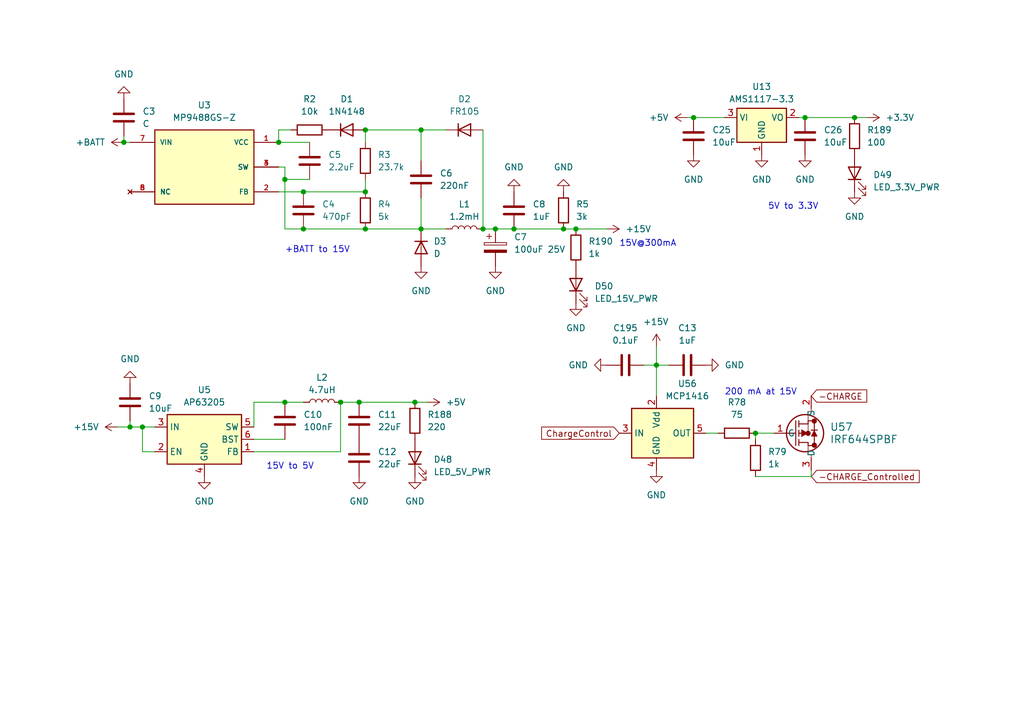
<source format=kicad_sch>
(kicad_sch (version 20230121) (generator eeschema)
  (paper "A5")
  (title_block (title "Power sources") (date "2023-09-06") (rev "1") (company "Dynamium"))
  (lib_symbols
    (symbol "Device:C" (pin_numbers hide) (pin_names (offset 0.254))
      (property "Reference" "C" (at 0.635 2.54 0))
      (property "Value" "C" (at 0.635 -2.54 0))
      (symbol "C_0_1"
        (polyline (pts (xy -2.032 -0.762) (xy 2.032 -0.762)) (stroke (width 0.508)))
        (polyline (pts (xy -2.032 0.762) (xy 2.032 0.762)) (stroke (width 0.508)))
      )
      (symbol "C_1_1"
        (pin passive line (at 0 3.81 270) (length 2.794) (name "~") (number "1"))
        (pin passive line (at 0 -3.81 90) (length 2.794) (name "~") (number "2"))
      )
    )
    (symbol "Device:C_Polarized" (pin_numbers hide) (pin_names (offset 0.254))
      (property "Reference" "C" (at 0.635 2.54 0))
      (property "Value" "C_Polarized" (at 0.635 -2.54 0))
      (symbol "C_Polarized_0_1"
        (rectangle (start -2.286 0.508) (end 2.286 1.016))
        (polyline (pts (xy -1.778 2.286) (xy -0.762 2.286)))
        (polyline (pts (xy -1.27 2.794) (xy -1.27 1.778)))
        (rectangle (start 2.286 -0.508) (end -2.286 -1.016) (fill (type outline)))
      )
      (symbol "C_Polarized_1_1"
        (pin passive line (at 0 3.81 270) (length 2.794) (name "~") (number "1"))
        (pin passive line (at 0 -3.81 90) (length 2.794) (name "~") (number "2"))
      )
    )
    (symbol "Device:D" (pin_numbers hide) (pin_names (offset 1.016) hide)
      (property "Reference" "D" (at 0 2.54 0))
      (property "Value" "D" (at 0 -2.54 0))
      (symbol "D_0_1"
        (polyline (pts (xy -1.27 1.27) (xy -1.27 -1.27)) (stroke (width 0.254)))
        (polyline (pts (xy 1.27 0) (xy -1.27 0)))
        (polyline (pts (xy 1.27 1.27) (xy 1.27 -1.27) (xy -1.27 0) (xy 1.27 1.27)) (stroke (width 0.254)))
      )
      (symbol "D_1_1"
        (pin passive line (at -3.81 0 0) (length 2.54) (name "K") (number "1"))
        (pin passive line (at 3.81 0 180) (length 2.54) (name "A") (number "2"))
      )
    )
    (symbol "Device:L" (pin_numbers hide) (pin_names (offset 1.016) hide)
      (property "Reference" "L" (at -1.27 0 90))
      (property "Value" "L" (at 1.905 0 90))
      (symbol "L_0_1"
        (arc (start 0 -2.54) (mid 0.6323 -1.905) (end 0 -1.27))
        (arc (start 0 -1.27) (mid 0.6323 -0.635) (end 0 0))
        (arc (start 0 0) (mid 0.6323 0.635) (end 0 1.27))
        (arc (start 0 1.27) (mid 0.6323 1.905) (end 0 2.54))
      )
      (symbol "L_1_1"
        (pin passive line (at 0 3.81 270) (length 1.27) (name "1") (number "1"))
        (pin passive line (at 0 -3.81 90) (length 1.27) (name "2") (number "2"))
      )
    )
    (symbol "Device:LED" (pin_numbers hide) (pin_names (offset 1.016) hide)
      (property "Reference" "D" (at 0 2.54 0))
      (property "Value" "LED" (at 0 -2.54 0))
      (symbol "LED_0_1"
        (polyline (pts (xy -1.27 -1.27) (xy -1.27 1.27)) (stroke (width 0.254)))
        (polyline (pts (xy -1.27 0) (xy 1.27 0)))
        (polyline (pts (xy 1.27 -1.27) (xy 1.27 1.27) (xy -1.27 0) (xy 1.27 -1.27)) (stroke (width 0.254)))
        (polyline (pts (xy -3.048 -0.762) (xy -4.572 -2.286) (xy -3.81 -2.286) (xy -4.572 -2.286) (xy -4.572 -1.524)))
        (polyline (pts (xy -1.778 -0.762) (xy -3.302 -2.286) (xy -2.54 -2.286) (xy -3.302 -2.286) (xy -3.302 -1.524)))
      )
      (symbol "LED_1_1"
        (pin passive line (at -3.81 0 0) (length 2.54) (name "K") (number "1"))
        (pin passive line (at 3.81 0 180) (length 2.54) (name "A") (number "2"))
      )
    )
    (symbol "Device:R" (pin_numbers hide) (pin_names (offset 0))
      (property "Reference" "R" (at 2.032 0 90))
      (property "Value" "R" (at 0 0 90))
      (symbol "R_0_1"
        (rectangle (start -1.016 -2.54) (end 1.016 2.54) (stroke (width 0.254)))
      )
      (symbol "R_1_1"
        (pin passive line (at 0 3.81 270) (length 1.27) (name "~") (number "1"))
        (pin passive line (at 0 -3.81 90) (length 1.27) (name "~") (number "2"))
      )
    )
    (symbol "Driver_FET:MCP1416"
      (property "Reference" "U" (at -5.08 6.35 0))
      (property "Value" "MCP1416" (at 1.27 6.35 0))
      (symbol "MCP1416_0_1"
        (rectangle (start -5.08 5.08) (end 7.62 -5.08) (stroke (width 0.254)) (fill (type background)))
      )
      (symbol "MCP1416_1_1"
        (pin no_connect line (at 7.62 -2.54 180) (length 2.54) hide (name "NC") (number "1"))
        (pin power_in line (at 0 7.62 270) (length 2.54) (name "Vdd") (number "2"))
        (pin input line (at -7.62 0 0) (length 2.54) (name "IN") (number "3"))
        (pin power_in line (at 0 -7.62 90) (length 2.54) (name "GND") (number "4"))
        (pin output line (at 10.16 0 180) (length 2.54) (name "OUT") (number "5"))
      )
    )
    (symbol "IRF644SPBF:IRF644SPBF" (pin_names (offset 0.254))
      (property "Reference" "U" (at 11.43 1.905 0))
      (property "Value" "IRF644SPBF" (at 11.43 -2.54 0))
      (symbol "IRF644SPBF_0_1"
        (polyline (pts (xy 2.54 0) (xy 4.445 0)) (stroke (width 0.2032)))
        (polyline (pts (xy 4.445 -2.54) (xy 4.445 2.54)) (stroke (width 0.2032)))
        (polyline (pts (xy 5.08 -2.54) (xy 5.08 -1.27)) (stroke (width 0.2032)))
        (polyline (pts (xy 5.08 -1.905) (xy 6.985 -1.905)) (stroke (width 0.2032)))
        (polyline (pts (xy 5.08 -0.635) (xy 5.08 0.635)) (stroke (width 0.2032)))
        (polyline (pts (xy 5.08 0) (xy 5.842 0)) (stroke (width 0.2032)))
        (polyline (pts (xy 5.08 1.27) (xy 5.08 2.54)) (stroke (width 0.2032)))
        (polyline (pts (xy 5.08 1.905) (xy 6.985 1.905)) (stroke (width 0.2032)))
        (polyline (pts (xy 6.9786 -0.0387) (xy 6.604 0)) (stroke (width 0.127)))
        (polyline (pts (xy 6.985 -2.54) (xy 6.985 -4.445)) (stroke (width 0.127)))
        (polyline (pts (xy 6.985 -2.54) (xy 6.985 -1.905)) (stroke (width 0.2032)))
        (polyline (pts (xy 6.985 -2.54) (xy 8.255 -2.54)) (stroke (width 0.2032)))
        (polyline (pts (xy 6.985 1.905) (xy 6.9786 -0.0387)) (stroke (width 0.127)))
        (polyline (pts (xy 6.985 1.905) (xy 6.985 2.54)) (stroke (width 0.2032)))
        (polyline (pts (xy 6.985 2.54) (xy 8.255 2.54)) (stroke (width 0.2032)))
        (polyline (pts (xy 6.985 4.445) (xy 6.985 2.54)) (stroke (width 0.127)))
        (polyline (pts (xy 7.62 -4.445) (xy 6.985 -4.445)) (stroke (width 0.127)))
        (polyline (pts (xy 7.62 -4.445) (xy 7.62 -5.08)) (stroke (width 0.127)))
        (polyline (pts (xy 7.62 4.445) (xy 6.985 4.445)) (stroke (width 0.127)))
        (polyline (pts (xy 7.62 5.08) (xy 7.62 4.445)) (stroke (width 0.127)))
        (polyline (pts (xy 8.255 -2.54) (xy 8.255 -0.635)) (stroke (width 0.2032)))
        (polyline (pts (xy 8.255 0.635) (xy 8.255 2.54)) (stroke (width 0.2032)))
        (polyline (pts (xy 8.89 0.635) (xy 7.62 0.635)) (stroke (width 0.2032)))
        (polyline (pts (xy 5.588 0.762) (xy 6.858 0) (xy 5.588 -0.762)) (stroke (width 0.0254)) (fill (type outline)))
        (polyline (pts (xy 8.89 -0.635) (xy 7.62 -0.635) (xy 8.255 0.635)) (stroke (width 0.0254)) (fill (type outline)))
        (circle (center 6.35 0) (radius 3.81) (stroke (width 0.254)))
        (circle (center 6.9786 -0.0387) (radius 0.0254) (stroke (width 0.508)))
        (circle (center 8.2422 2.4885) (radius 0.0254) (stroke (width 0.508)))
        (circle (center 8.2556 -2.4718) (radius 0.0254) (stroke (width 0.508)))
        (pin unspecified line (at 0 0 0) (length 2.54) (name "G") (number "1"))
        (pin unspecified line (at 7.62 7.62 270) (length 2.54) (name "S") (number "2"))
        (pin unspecified line (at 7.62 -7.62 90) (length 2.54) (name "D") (number "3"))
      )
    )
    (symbol "MP9488GS-Z:MP9488GS-Z" (pin_names (offset 1.016))
      (property "Reference" "U" (at -10.16 8.382 0))
      (property "Value" "MP9488GS-Z" (at -10.16 -10.16 0))
      (symbol "MP9488GS-Z_0_0"
        (rectangle (start -10.16 -7.62) (end 10.16 7.62) (stroke (width 0.254)) (fill (type background)))
        (pin power_in line (at 15.24 5.08 180) (length 5.08) (name "VCC") (number "1"))
        (pin input line (at 15.24 -5.08 180) (length 5.08) (name "FB") (number "2"))
        (pin output line (at 15.24 0 180) (length 5.08) (name "SW") (number "3"))
        (pin output line (at 15.24 0 180) (length 5.08) (name "SW") (number "4"))
        (pin no_connect line (at -15.24 -5.08 0) (length 5.08) (name "NC") (number "5"))
        (pin no_connect line (at -15.24 -5.08 0) (length 5.08) (name "NC") (number "6"))
        (pin input line (at -15.24 5.08 0) (length 5.08) (name "VIN") (number "7"))
        (pin no_connect line (at -15.24 -5.08 0) (length 5.08) (name "NC") (number "8"))
      )
    )
    (symbol "Regulator_Linear:AMS1117-3.3"
      (property "Reference" "U" (at -3.81 3.175 0))
      (property "Value" "AMS1117-3.3" (at 0 3.175 0))
      (symbol "AMS1117-3.3_0_1"
        (rectangle (start -5.08 -5.08) (end 5.08 1.905) (stroke (width 0.254)) (fill (type background)))
      )
      (symbol "AMS1117-3.3_1_1"
        (pin power_in line (at 0 -7.62 90) (length 2.54) (name "GND") (number "1"))
        (pin power_out line (at 7.62 0 180) (length 2.54) (name "VO") (number "2"))
        (pin power_in line (at -7.62 0 0) (length 2.54) (name "VI") (number "3"))
      )
    )
    (symbol "Regulator_Switching:AP63203WU"
      (property "Reference" "U" (at -7.62 6.35 0))
      (property "Value" "AP63203WU" (at 2.54 6.35 0))
      (symbol "AP63203WU_0_1"
        (rectangle (start -7.62 5.08) (end 7.62 -5.08) (stroke (width 0.254)) (fill (type background)))
      )
      (symbol "AP63203WU_1_1"
        (pin input line (at 10.16 -2.54 180) (length 2.54) (name "FB") (number "1"))
        (pin input line (at -10.16 -2.54 0) (length 2.54) (name "EN") (number "2"))
        (pin power_in line (at -10.16 2.54 0) (length 2.54) (name "IN") (number "3"))
        (pin power_in line (at 0 -7.62 90) (length 2.54) (name "GND") (number "4"))
        (pin output line (at 10.16 2.54 180) (length 2.54) (name "SW") (number "5"))
        (pin passive line (at 10.16 0 180) (length 2.54) (name "BST") (number "6"))
      )
    )
    (symbol "power:+15V" (power) (pin_names (offset 0))
      (property "Value" "+15V" (at 0 3.556 0))
      (symbol "+15V_0_1"
        (polyline (pts (xy -0.762 1.27) (xy 0 2.54)))
        (polyline (pts (xy 0 0) (xy 0 2.54)))
        (polyline (pts (xy 0 2.54) (xy 0.762 1.27)))
      )
      (symbol "+15V_1_1"
        (pin power_in line (at 0 0 90) (length 0) hide (name "+15V") (number "1"))
      )
    )
    (symbol "power:+3.3V" (power) (pin_names (offset 0))
      (property "Value" "+3.3V" (at 0 3.556 0))
      (symbol "+3.3V_0_1"
        (polyline (pts (xy -0.762 1.27) (xy 0 2.54)))
        (polyline (pts (xy 0 0) (xy 0 2.54)))
        (polyline (pts (xy 0 2.54) (xy 0.762 1.27)))
      )
      (symbol "+3.3V_1_1"
        (pin power_in line (at 0 0 90) (length 0) hide (name "+3.3V") (number "1"))
      )
    )
    (symbol "power:+5V" (power) (pin_names (offset 0))
      (property "Value" "+5V" (at 0 3.556 0))
      (symbol "+5V_0_1"
        (polyline (pts (xy -0.762 1.27) (xy 0 2.54)))
        (polyline (pts (xy 0 0) (xy 0 2.54)))
        (polyline (pts (xy 0 2.54) (xy 0.762 1.27)))
      )
      (symbol "+5V_1_1"
        (pin power_in line (at 0 0 90) (length 0) hide (name "+5V") (number "1"))
      )
    )
    (symbol "power:+BATT" (power) (pin_names (offset 0))
      (property "Value" "+BATT" (at 0 3.556 0))
      (symbol "+BATT_0_1"
        (polyline (pts (xy -0.762 1.27) (xy 0 2.54)))
        (polyline (pts (xy 0 0) (xy 0 2.54)))
        (polyline (pts (xy 0 2.54) (xy 0.762 1.27)))
      )
      (symbol "+BATT_1_1"
        (pin power_in line (at 0 0 90) (length 0) hide (name "+BATT") (number "1"))
      )
    )
    (symbol "power:GND" (power) (pin_names (offset 0))
      (property "Value" "GND" (at 0 -3.81 0))
      (symbol "GND_0_1"
        (polyline (pts (xy 0 0) (xy 0 -1.27) (xy 1.27 -1.27) (xy 0 -2.54) (xy -1.27 -1.27) (xy 0 -1.27)))
      )
      (symbol "GND_1_1"
        (pin power_in line (at 0 0 270) (length 0) hide (name "GND") (number "1"))
      )
    )
  )
  (junction (at 62.23 39.37))
  (junction (at 105.41 46.99))
  (junction (at 29.21 87.63))
  (junction (at 142.24 24.13))
  (junction (at 69.85 82.55))
  (junction (at 73.66 82.55))
  (junction (at 118.11 46.99))
  (junction (at 115.57 46.99))
  (junction (at 99.06 46.99))
  (junction (at 57.15 29.21))
  (junction (at 86.36 46.99))
  (junction (at 58.42 82.55))
  (junction (at 74.93 46.99))
  (junction (at 58.42 36.83))
  (junction (at 101.6 46.99))
  (junction (at 62.23 46.99))
  (junction (at 74.93 39.37))
  (junction (at 175.26 24.13))
  (junction (at 25.4 29.21))
  (junction (at 134.62 74.93))
  (junction (at 74.93 26.67))
  (junction (at 26.67 87.63))
  (junction (at 86.36 26.67))
  (junction (at 85.09 82.55))
  (junction (at 154.94 88.9))
  (junction (at 165.1 24.13))
  (wire (pts (xy 86.36 33.02) (xy 86.36 26.67)))
  (wire (pts (xy 85.09 82.55) (xy 73.66 82.55)))
  (wire (pts (xy 154.94 97.79) (xy 166.37 97.79)))
  (wire (pts (xy 63.5 36.83) (xy 58.42 36.83)))
  (wire (pts (xy 59.69 26.67) (xy 57.15 26.67)))
  (wire (pts (xy 57.15 34.29) (xy 58.42 34.29)))
  (wire (pts (xy 86.36 26.67) (xy 74.93 26.67)))
  (wire (pts (xy 118.11 46.99) (xy 115.57 46.99)))
  (wire (pts (xy 134.62 74.93) (xy 134.62 81.28)))
  (wire (pts (xy 74.93 26.67) (xy 74.93 29.21)))
  (wire (pts (xy 57.15 26.67) (xy 57.15 29.21)))
  (wire (pts (xy 86.36 46.99) (xy 74.93 46.99)))
  (wire (pts (xy 31.75 92.71) (xy 29.21 92.71)))
  (wire (pts (xy 58.42 46.99) (xy 62.23 46.99)))
  (wire (pts (xy 26.67 29.21) (xy 25.4 29.21)))
  (wire (pts (xy 86.36 46.99) (xy 91.44 46.99)))
  (wire (pts (xy 26.67 87.63) (xy 29.21 87.63)))
  (wire (pts (xy 86.36 40.64) (xy 86.36 46.99)))
  (wire (pts (xy 134.62 74.93) (xy 137.16 74.93)))
  (wire (pts (xy 124.46 46.99) (xy 118.11 46.99)))
  (wire (pts (xy 29.21 92.71) (xy 29.21 87.63)))
  (wire (pts (xy 140.97 24.13) (xy 142.24 24.13)))
  (wire (pts (xy 144.78 88.9) (xy 147.32 88.9)))
  (wire (pts (xy 52.07 87.63) (xy 52.07 82.55)))
  (wire (pts (xy 58.42 82.55) (xy 62.23 82.55)))
  (wire (pts (xy 57.15 29.21) (xy 63.5 29.21)))
  (wire (pts (xy 69.85 92.71) (xy 69.85 82.55)))
  (wire (pts (xy 24.13 87.63) (xy 26.67 87.63)))
  (wire (pts (xy 58.42 36.83) (xy 58.42 46.99)))
  (wire (pts (xy 132.08 74.93) (xy 134.62 74.93)))
  (wire (pts (xy 62.23 46.99) (xy 74.93 46.99)))
  (wire (pts (xy 165.1 24.13) (xy 175.26 24.13)))
  (wire (pts (xy 154.94 90.17) (xy 154.94 88.9)))
  (wire (pts (xy 154.94 88.9) (xy 158.75 88.9)))
  (wire (pts (xy 52.07 90.17) (xy 58.42 90.17)))
  (wire (pts (xy 99.06 46.99) (xy 101.6 46.99)))
  (wire (pts (xy 58.42 34.29) (xy 58.42 36.83)))
  (wire (pts (xy 166.37 97.79) (xy 166.37 96.52)))
  (wire (pts (xy 105.41 46.99) (xy 115.57 46.99)))
  (wire (pts (xy 26.67 86.36) (xy 26.67 87.63)))
  (wire (pts (xy 29.21 87.63) (xy 31.75 87.63)))
  (wire (pts (xy 87.63 82.55) (xy 85.09 82.55)))
  (wire (pts (xy 57.15 39.37) (xy 62.23 39.37)))
  (wire (pts (xy 69.85 82.55) (xy 73.66 82.55)))
  (wire (pts (xy 86.36 26.67) (xy 91.44 26.67)))
  (wire (pts (xy 163.83 24.13) (xy 165.1 24.13)))
  (wire (pts (xy 142.24 24.13) (xy 148.59 24.13)))
  (wire (pts (xy 134.62 71.12) (xy 134.62 74.93)))
  (wire (pts (xy 175.26 24.13) (xy 177.8 24.13)))
  (wire (pts (xy 52.07 82.55) (xy 58.42 82.55)))
  (wire (pts (xy 25.4 27.94) (xy 25.4 29.21)))
  (wire (pts (xy 99.06 26.67) (xy 99.06 46.99)))
  (wire (pts (xy 62.23 39.37) (xy 74.93 39.37)))
  (wire (pts (xy 74.93 36.83) (xy 74.93 39.37)))
  (wire (pts (xy 101.6 46.99) (xy 105.41 46.99)))
  (wire (pts (xy 52.07 92.71) (xy 69.85 92.71)))
  (text "200 mA at 15V\n" (at 148.59 81.28 0) (effects (font (size 1.27 1.27)) (justify left bottom)))
  (text "15V to 5V" (at 54.61 96.52 0) (effects (font (size 1.27 1.27)) (justify left bottom)))
  (text "15V@300mA\n" (at 127 50.8 0) (effects (font (size 1.27 1.27)) (justify left bottom)))
  (text "5V to 3.3V" (at 157.48 43.18 0) (effects (font (size 1.27 1.27)) (justify left bottom)))
  (text "+BATT to 15V" (at 58.42 52.07 0) (effects (font (size 1.27 1.27)) (justify left bottom)))
  (global_label "ChargeControl" (shape input) (at 127 88.9 180) (property "Intersheetrefs" "${INTERSHEET_REFS}" (effects hide)))
  (global_label "-CHARGE" (shape input) (at 166.37 81.28 0) (property "Intersheetrefs" "${INTERSHEET_REFS}" (effects hide)))
  (global_label "-CHARGE_Controlled" (shape input) (at 166.37 97.79 0) (property "Intersheetrefs" "${INTERSHEET_REFS}" (effects hide)))
  (symbol (lib_id "power:+3.3V") (at 177.8 24.13 270) (unit 1)
    (property "Reference" "#PWR0121" (effects hide))
    (property "Value" "+3.3V" (at 181.61 24.13 90) (effects (justify left)))
    (instances (project "sBMS" (path "" (reference "#PWR0121") (unit 1)) (path "" (reference "#PWR031") (unit 1)) (path "" (reference "#PWR0146") (unit 1))))
  )
  (symbol (lib_id "Device:C") (at 128.27 74.93 90) (unit 1)
    (property "Reference" "C195" (at 128.27 67.31 90))
    (property "Value" "0.1uF" (at 128.27 69.85 90))
  )
  (symbol (lib_id "Regulator_Switching:AP63203WU") (at 41.91 90.17 0) (unit 1)
    (property "Reference" "U5" (at 41.91 80.01 0))
    (property "Value" "AP63205" (at 41.91 82.55 0))
    (property "Footprint" "Package_TO_SOT_SMD:TSOT-23-6" (effects hide))
    (property "Datasheet" "https://www.diodes.com/assets/Datasheets/AP63200-AP63201-AP63203-AP63205.pdf" (effects hide))
    (instances (project "sBMS" (path "" (reference "U5") (unit 1)) (path "" (reference "U5") (unit 1)) (path "" (reference "U3") (unit 1)) (path "" (reference "U20") (unit 1))))
  )
  (symbol (lib_id "power:GND") (at 41.91 97.79 0) (unit 1)
    (property "Reference" "#PWR021" (effects hide))
    (property "Value" "GND" (at 41.91 102.87 0))
    (instances (project "sBMS" (path "" (reference "#PWR021") (unit 1)) (path "" (reference "#PWR021") (unit 1)) (path "" (reference "#PWR021") (unit 1)) (path "" (reference "#PWR0139") (unit 1))))
  )
  (symbol (lib_id "Device:C") (at 73.66 86.36 0) (unit 1)
    (property "Reference" "C11" (at 77.47 85.09 0) (effects (justify left)))
    (property "Value" "22uF" (at 77.47 87.63 0) (effects (justify left)))
    (instances (project "sBMS" (path "" (reference "C11") (unit 1)) (path "" (reference "C11") (unit 1)) (path "" (reference "C15") (unit 1)) (path "" (reference "C45") (unit 1))))
  )
  (symbol (lib_id "Device:C") (at 58.42 86.36 0) (unit 1)
    (property "Reference" "C10" (at 62.23 85.09 0) (effects (justify left)))
    (property "Value" "100nF" (at 62.23 87.63 0) (effects (justify left)))
    (instances (project "sBMS" (path "" (reference "C10") (unit 1)) (path "" (reference "C10") (unit 1)) (path "" (reference "C11") (unit 1)) (path "" (reference "C43") (unit 1))))
  )
  (symbol (lib_id "power:+BATT") (at 25.4 29.21 90) (unit 1)
    (property "Reference" "#PWR08" (effects hide))
    (property "Value" "+BATT" (at 21.59 29.21 90) (effects (justify left)))
    (instances (project "sBMS" (path "" (reference "#PWR08") (unit 1)) (path "" (reference "#PWR09") (unit 1)) (path "" (reference "#PWR09") (unit 1)) (path "" (reference "#PWR094") (unit 1))))
  )
  (symbol (lib_id "Device:LED") (at 85.09 93.98 90) (unit 1)
    (property "Reference" "D48" (at 88.9 94.2975 90) (effects (justify right)))
    (property "Value" "LED_5V_PWR" (at 88.9 96.8375 90) (effects (justify right)))
    (instances (project "sBMS" (path "" (reference "D48") (unit 1)) (path "" (reference "D12") (unit 1)) (path "" (reference "D9") (unit 1))))
  )
  (symbol (lib_id "power:GND") (at 134.62 96.52 0) (unit 1)
    (property "Reference" "#PWR0156" (effects hide))
    (property "Value" "GND" (at 134.62 101.6 0))
  )
  (symbol (lib_id "power:GND") (at 105.41 39.37 180) (unit 1)
    (property "Reference" "#PWR013" (effects hide))
    (property "Value" "GND" (at 105.41 34.29 0))
    (instances (project "sBMS" (path "" (reference "#PWR013") (unit 1)) (path "" (reference "#PWR013") (unit 1)) (path "" (reference "#PWR013") (unit 1)) (path "" (reference "#PWR0100") (unit 1))))
  )
  (symbol (lib_id "power:GND") (at 144.78 74.93 90) (unit 1)
    (property "Reference" "#PWR0158" (effects hide))
    (property "Value" "GND" (at 148.59 74.93 90) (effects (justify right)))
  )
  (symbol (lib_id "power:GND") (at 25.4 20.32 180) (unit 1)
    (property "Reference" "#PWR09" (effects hide))
    (property "Value" "GND" (at 25.4 15.24 0))
    (instances (project "sBMS" (path "" (reference "#PWR09") (unit 1)) (path "" (reference "#PWR08") (unit 1)) (path "" (reference "#PWR08") (unit 1)) (path "" (reference "#PWR093") (unit 1))))
  )
  (symbol (lib_id "Device:D") (at 95.25 26.67 0) (unit 1)
    (property "Reference" "D2" (at 95.25 20.32 0))
    (property "Value" "FR105" (at 95.25 22.86 0))
    (property "Sim.Device" "D" (effects hide))
    (property "Sim.Pins" "1=K 2=A" (effects hide))
    (instances (project "sBMS" (path "" (reference "D2") (unit 1)) (path "" (reference "D3") (unit 1)) (path "" (reference "D3") (unit 1)) (path "" (reference "D6") (unit 1))))
  )
  (symbol (lib_id "power:GND") (at 73.66 97.79 0) (unit 1)
    (property "Reference" "#PWR022" (effects hide))
    (property "Value" "GND" (at 73.66 102.87 0))
    (instances (project "sBMS" (path "" (reference "#PWR022") (unit 1)) (path "" (reference "#PWR022") (unit 1)) (path "" (reference "#PWR028") (unit 1)) (path "" (reference "#PWR0144") (unit 1))))
  )
  (symbol (lib_id "Device:C") (at 25.4 24.13 0) (unit 1)
    (property "Reference" "C3" (at 29.21 22.86 0) (effects (justify left)))
    (property "Value" "C" (at 29.21 25.4 0) (effects (justify left)))
    (instances (project "sBMS" (path "" (reference "C3") (unit 1)) (path "" (reference "C3") (unit 1)) (path "" (reference "C3") (unit 1)) (path "" (reference "C34") (unit 1))))
  )
  (symbol (lib_id "power:+5V") (at 140.97 24.13 90) (unit 1)
    (property "Reference" "#PWR023" (effects hide))
    (property "Value" "+5V" (at 137.16 24.13 90) (effects (justify left)))
    (instances (project "sBMS" (path "" (reference "#PWR023") (unit 1)) (path "" (reference "#PWR022") (unit 1)) (path "" (reference "#PWR0140") (unit 1))))
  )
  (symbol (lib_id "Device:R") (at 85.09 86.36 0) (unit 1)
    (property "Reference" "R188" (at 87.63 85.09 0) (effects (justify left)))
    (property "Value" "220" (at 87.63 87.63 0) (effects (justify left)))
    (instances (project "sBMS" (path "" (reference "R188") (unit 1)) (path "" (reference "R8") (unit 1)) (path "" (reference "R152") (unit 1))))
  )
  (symbol (lib_id "power:GND") (at 86.36 54.61 0) (unit 1)
    (property "Reference" "#PWR011" (effects hide))
    (property "Value" "GND" (at 86.36 59.69 0))
    (instances (project "sBMS" (path "" (reference "#PWR011") (unit 1)) (path "" (reference "#PWR011") (unit 1)) (path "" (reference "#PWR011") (unit 1)) (path "" (reference "#PWR098") (unit 1))))
  )
  (symbol (lib_id "Device:R") (at 118.11 50.8 0) (unit 1)
    (property "Reference" "R190" (at 120.65 49.53 0) (effects (justify left)))
    (property "Value" "1k" (at 120.65 52.07 0) (effects (justify left)))
    (instances (project "sBMS" (path "" (reference "R190") (unit 1)) (path "" (reference "R6") (unit 1)) (path "" (reference "R150") (unit 1))))
  )
  (symbol (lib_id "power:GND") (at 85.09 97.79 0) (unit 1)
    (property "Reference" "#PWR0118" (effects hide))
    (property "Value" "GND" (at 85.09 102.87 0))
    (instances (project "sBMS" (path "" (reference "#PWR0118") (unit 1)) (path "" (reference "#PWR032") (unit 1)) (path "" (reference "#PWR0147") (unit 1))))
  )
  (symbol (lib_id "Device:C") (at 165.1 27.94 0) (unit 1)
    (property "Reference" "C26" (at 168.91 26.67 0) (effects (justify left)))
    (property "Value" "10uF" (at 168.91 29.21 0) (effects (justify left)))
    (instances (project "sBMS" (path "" (reference "C26") (unit 1)) (path "" (reference "C12") (unit 1)) (path "" (reference "C44") (unit 1))))
  )
  (symbol (lib_id "Device:R") (at 175.26 27.94 0) (unit 1)
    (property "Reference" "R189" (at 177.8 26.67 0) (effects (justify left)))
    (property "Value" "100" (at 177.8 29.21 0) (effects (justify left)))
    (instances (project "sBMS" (path "" (reference "R189") (unit 1)) (path "" (reference "R7") (unit 1)) (path "" (reference "R151") (unit 1))))
  )
  (symbol (lib_id "Device:R") (at 63.5 26.67 90) (unit 1)
    (property "Reference" "R2" (at 63.5 20.32 90))
    (property "Value" "10k" (at 63.5 22.86 90))
    (instances (project "sBMS" (path "" (reference "R2") (unit 1)) (path "" (reference "R2") (unit 1)) (path "" (reference "R2") (unit 1)) (path "" (reference "R146") (unit 1))))
  )
  (symbol (lib_id "power:+5V") (at 87.63 82.55 270) (unit 1)
    (property "Reference" "#PWR017" (effects hide))
    (property "Value" "+5V" (at 91.44 82.55 90) (effects (justify left)))
    (instances (project "sBMS" (path "" (reference "#PWR017") (unit 1)) (path "" (reference "#PWR033") (unit 1)) (path "" (reference "#PWR0148") (unit 1))))
  )
  (symbol (lib_id "Device:R") (at 74.93 33.02 0) (unit 1)
    (property "Reference" "R3" (at 77.47 31.75 0) (effects (justify left)))
    (property "Value" "23.7k" (at 77.47 34.29 0) (effects (justify left)))
    (instances (project "sBMS" (path "" (reference "R3") (unit 1)) (path "" (reference "R3") (unit 1)) (path "" (reference "R3") (unit 1)) (path "" (reference "R147") (unit 1))))
  )
  (symbol (lib_id "Device:L") (at 66.04 82.55 90) (unit 1)
    (property "Reference" "L2" (at 66.04 77.47 90))
    (property "Value" "4.7uH" (at 66.04 80.01 90))
    (instances (project "sBMS" (path "" (reference "L2") (unit 1)) (path "" (reference "L2") (unit 1)) (path "" (reference "L2") (unit 1)) (path "" (reference "L4") (unit 1))))
  )
  (symbol (lib_id "Device:C") (at 63.5 33.02 0) (unit 1)
    (property "Reference" "C5" (at 67.31 31.75 0) (effects (justify left)))
    (property "Value" "2.2uF" (at 67.31 34.29 0) (effects (justify left)))
    (instances (project "sBMS" (path "" (reference "C5") (unit 1)) (path "" (reference "C5") (unit 1)) (path "" (reference "C5") (unit 1)) (path "" (reference "C36") (unit 1))))
  )
  (symbol (lib_id "Device:R") (at 74.93 43.18 0) (unit 1)
    (property "Reference" "R4" (at 77.47 41.91 0) (effects (justify left)))
    (property "Value" "5k" (at 77.47 44.45 0) (effects (justify left)))
    (instances (project "sBMS" (path "" (reference "R4") (unit 1)) (path "" (reference "R4") (unit 1)) (path "" (reference "R4") (unit 1)) (path "" (reference "R148") (unit 1))))
  )
  (symbol (lib_id "Device:C") (at 62.23 43.18 0) (unit 1)
    (property "Reference" "C4" (at 66.04 41.91 0) (effects (justify left)))
    (property "Value" "470pF" (at 66.04 44.45 0) (effects (justify left)))
    (instances (project "sBMS" (path "" (reference "C4") (unit 1)) (path "" (reference "C4") (unit 1)) (path "" (reference "C4") (unit 1)) (path "" (reference "C35") (unit 1))))
  )
  (symbol (lib_id "Device:C") (at 105.41 43.18 0) (unit 1)
    (property "Reference" "C8" (at 109.22 41.91 0) (effects (justify left)))
    (property "Value" "1uF" (at 109.22 44.45 0) (effects (justify left)))
    (instances (project "sBMS" (path "" (reference "C8") (unit 1)) (path "" (reference "C8") (unit 1)) (path "" (reference "C8") (unit 1)) (path "" (reference "C40") (unit 1))))
  )
  (symbol (lib_id "Regulator_Linear:AMS1117-3.3") (at 156.21 24.13 0) (unit 1)
    (property "Reference" "U13" (at 156.21 17.78 0))
    (property "Value" "AMS1117-3.3" (at 156.21 20.32 0))
    (property "Footprint" "Package_TO_SOT_SMD:SOT-223-3_TabPin2" (effects hide))
    (property "Datasheet" "http://www.advanced-monolithic.com/pdf/ds1117.pdf" (effects hide))
    (instances (project "sBMS" (path "" (reference "U13") (unit 1)) (path "" (reference "U4") (unit 1)) (path "" (reference "U21") (unit 1))))
  )
  (symbol (lib_id "power:+15V") (at 134.62 71.12 0) (unit 1)
    (property "Reference" "#PWR0155" (effects hide))
    (property "Value" "+15V" (at 137.16 66.04 0) (effects (justify right)))
  )
  (symbol (lib_id "power:+15V") (at 124.46 46.99 270) (unit 1)
    (property "Reference" "#PWR015" (effects hide))
    (property "Value" "+15V" (at 128.27 46.99 90) (effects (justify left)))
    (instances (project "sBMS" (path "" (reference "#PWR015") (unit 1)) (path "" (reference "#PWR019") (unit 1)) (path "" (reference "#PWR020") (unit 1)) (path "" (reference "#PWR0138") (unit 1))))
  )
  (symbol (lib_id "power:GND") (at 156.21 31.75 0) (unit 1)
    (property "Reference" "#PWR0120" (effects hide))
    (property "Value" "GND" (at 156.21 36.83 0))
    (instances (project "sBMS" (path "" (reference "#PWR0120") (unit 1)) (path "" (reference "#PWR026") (unit 1)) (path "" (reference "#PWR0142") (unit 1))))
  )
  (symbol (lib_id "power:GND") (at 124.46 74.93 270) (unit 1)
    (property "Reference" "#PWR0157" (effects hide))
    (property "Value" "GND" (at 120.65 74.93 90) (effects (justify right)))
  )
  (symbol (lib_id "Device:D") (at 86.36 50.8 270) (unit 1)
    (property "Reference" "D3" (at 88.9 49.53 90) (effects (justify left)))
    (property "Value" "D" (at 88.9 52.07 90) (effects (justify left)))
    (property "Sim.Device" "D" (effects hide))
    (property "Sim.Pins" "1=K 2=A" (effects hide))
    (instances (project "sBMS" (path "" (reference "D3") (unit 1)) (path "" (reference "D2") (unit 1)) (path "" (reference "D2") (unit 1)) (path "" (reference "D5") (unit 1))))
  )
  (symbol (lib_id "Device:R") (at 151.13 88.9 90) (unit 1)
    (property "Reference" "R78" (at 151.13 82.55 90))
    (property "Value" "75" (at 151.13 85.09 90))
  )
  (symbol (lib_id "Device:LED") (at 118.11 58.42 90) (unit 1)
    (property "Reference" "D50" (at 121.92 58.7375 90) (effects (justify right)))
    (property "Value" "LED_15V_PWR" (at 121.92 61.2775 90) (effects (justify right)))
    (instances (project "sBMS" (path "" (reference "D50") (unit 1)) (path "" (reference "D10") (unit 1)) (path "" (reference "D7") (unit 1))))
  )
  (symbol (lib_id "power:+15V") (at 24.13 87.63 90) (unit 1)
    (property "Reference" "#PWR019" (effects hide))
    (property "Value" "+15V" (at 20.32 87.63 90) (effects (justify left)))
    (instances (project "sBMS" (path "" (reference "#PWR019") (unit 1)) (path "" (reference "#PWR015") (unit 1)) (path "" (reference "#PWR015") (unit 1)) (path "" (reference "#PWR0135") (unit 1))))
  )
  (symbol (lib_id "Device:C") (at 140.97 74.93 90) (unit 1)
    (property "Reference" "C13" (at 140.97 67.31 90))
    (property "Value" "1uF" (at 140.97 69.85 90))
  )
  (symbol (lib_id "power:GND") (at 165.1 31.75 0) (unit 1)
    (property "Reference" "#PWR0122" (effects hide))
    (property "Value" "GND" (at 165.1 36.83 0))
    (instances (project "sBMS" (path "" (reference "#PWR0122") (unit 1)) (path "" (reference "#PWR027") (unit 1)) (path "" (reference "#PWR0143") (unit 1))))
  )
  (symbol (lib_id "MP9488GS-Z:MP9488GS-Z") (at 41.91 34.29 0) (unit 1)
    (property "Reference" "U3" (at 41.91 21.59 0))
    (property "Value" "MP9488GS-Z" (at 41.91 24.13 0))
    (property "Footprint" "MP9488GS-Z:SOIC127P600X175-8N" (effects hide))
    (property "MF" "Monolithic Power" (effects hide))
    (property "MAXIMUM_PACKAGE_HEIGHT" "1.75mm" (effects hide))
    (property "Package" "None" (effects hide))
    (property "Price" "None" (effects hide))
    (property "Check_prices" "https://www.snapeda.com/parts/MP9488GS-Z/Monolithic+Power+Systems+Inc./view-part/?ref=eda" (effects hide))
    (property "STANDARD" "IPC-7351B" (effects hide))
    (property "PARTREV" "1.0" (effects hide))
    (property "SnapEDA_Link" "https://www.snapeda.com/parts/MP9488GS-Z/Monolithic+Power+Systems+Inc./view-part/?ref=snap" (effects hide))
    (property "MP" "MP9488GS-Z" (effects hide))
    (property "Purchase-URL" "https://pricing.snapeda.com/search?q=MP9488GS-Z&ref=eda" (effects hide))
    (property "Description" "\nBuck, Boost, Buck-Boost, Flyback Switching Regulator IC Positive Adjustable 1 Output 300mA (Switch) 8-SOIC (0.154, 3.90mm Width)\n" (effects hide))
    (property "Availability" "In Stock" (effects hide))
    (property "MANUFACTURER" "Monolithic Power Systems" (effects hide))
    (instances (project "sBMS" (path "" (reference "U3") (unit 1)) (path "" (reference "U3") (unit 1)) (path "" (reference "U1") (unit 1)) (path "" (reference "U17") (unit 1))))
  )
  (symbol (lib_id "Device:D") (at 71.12 26.67 0) (unit 1)
    (property "Reference" "D1" (at 71.12 20.32 0))
    (property "Value" "1N4148" (at 71.12 22.86 0))
    (property "Sim.Device" "D" (effects hide))
    (property "Sim.Pins" "1=K 2=A" (effects hide))
    (instances (project "sBMS" (path "" (reference "D1") (unit 1)) (path "" (reference "D1") (unit 1)) (path "" (reference "D1") (unit 1)) (path "" (reference "D4") (unit 1))))
  )
  (symbol (lib_id "Device:R") (at 115.57 43.18 0) (unit 1)
    (property "Reference" "R5" (at 118.11 41.91 0) (effects (justify left)))
    (property "Value" "3k" (at 118.11 44.45 0) (effects (justify left)))
    (instances (project "sBMS" (path "" (reference "R5") (unit 1)) (path "" (reference "R5") (unit 1)) (path "" (reference "R5") (unit 1)) (path "" (reference "R149") (unit 1))))
  )
  (symbol (lib_id "power:GND") (at 115.57 39.37 180) (unit 1)
    (property "Reference" "#PWR014" (effects hide))
    (property "Value" "GND" (at 115.57 34.29 0))
    (instances (project "sBMS" (path "" (reference "#PWR014") (unit 1)) (path "" (reference "#PWR014") (unit 1)) (path "" (reference "#PWR014") (unit 1)) (path "" (reference "#PWR0134") (unit 1))))
  )
  (symbol (lib_id "power:GND") (at 26.67 78.74 180) (unit 1)
    (property "Reference" "#PWR020" (effects hide))
    (property "Value" "GND" (at 26.67 73.66 0))
    (instances (project "sBMS" (path "" (reference "#PWR020") (unit 1)) (path "" (reference "#PWR020") (unit 1)) (path "" (reference "#PWR019") (unit 1)) (path "" (reference "#PWR0137") (unit 1))))
  )
  (symbol (lib_id "power:GND") (at 142.24 31.75 0) (unit 1)
    (property "Reference" "#PWR0119" (effects hide))
    (property "Value" "GND" (at 142.24 36.83 0))
    (instances (project "sBMS" (path "" (reference "#PWR0119") (unit 1)) (path "" (reference "#PWR023") (unit 1)) (path "" (reference "#PWR0141") (unit 1))))
  )
  (symbol (lib_id "Driver_FET:MCP1416") (at 134.62 88.9 0) (unit 1)
    (property "Reference" "U56" (at 140.97 78.74 0))
    (property "Value" "MCP1416" (at 140.97 81.28 0))
    (property "Footprint" "Package_TO_SOT_SMD:SOT-23-5" (effects hide))
    (property "Datasheet" "http://ww1.microchip.com/downloads/en/DeviceDoc/20002092F.pdf" (effects hide))
  )
  (symbol (lib_id "power:GND") (at 118.11 62.23 0) (unit 1)
    (property "Reference" "#PWR0124" (effects hide))
    (property "Value" "GND" (at 118.11 67.31 0))
    (instances (project "sBMS" (path "" (reference "#PWR0124") (unit 1)) (path "" (reference "#PWR017") (unit 1)) (path "" (reference "#PWR0136") (unit 1))))
  )
  (symbol (lib_id "power:GND") (at 101.6 54.61 0) (unit 1)
    (property "Reference" "#PWR012" (effects hide))
    (property "Value" "GND" (at 101.6 59.69 0))
    (instances (project "sBMS" (path "" (reference "#PWR012") (unit 1)) (path "" (reference "#PWR012") (unit 1)) (path "" (reference "#PWR012") (unit 1)) (path "" (reference "#PWR099") (unit 1))))
  )
  (symbol (lib_id "Device:C") (at 73.66 93.98 0) (unit 1)
    (property "Reference" "C12" (at 77.47 92.71 0) (effects (justify left)))
    (property "Value" "22uF" (at 77.47 95.25 0) (effects (justify left)))
    (instances (project "sBMS" (path "" (reference "C12") (unit 1)) (path "" (reference "C12") (unit 1)) (path "" (reference "C16") (unit 1)) (path "" (reference "C46") (unit 1))))
  )
  (symbol (lib_id "Device:L") (at 95.25 46.99 90) (unit 1)
    (property "Reference" "L1" (at 95.25 41.91 90))
    (property "Value" "1.2mH" (at 95.25 44.45 90))
    (instances (project "sBMS" (path "" (reference "L1") (unit 1)) (path "" (reference "L1") (unit 1)) (path "" (reference "L1") (unit 1)) (path "" (reference "L3") (unit 1))))
  )
  (symbol (lib_id "power:GND") (at 175.26 39.37 0) (unit 1)
    (property "Reference" "#PWR0123" (effects hide))
    (property "Value" "GND" (at 175.26 44.45 0))
    (instances (project "sBMS" (path "" (reference "#PWR0123") (unit 1)) (path "" (reference "#PWR030") (unit 1)) (path "" (reference "#PWR0145") (unit 1))))
  )
  (symbol (lib_id "IRF644SPBF:IRF644SPBF") (at 158.75 88.9 0) (unit 1)
    (property "Reference" "U57" (at 170.18 87.63 0) (effects (font (size 1.524 1.524)) (justify left)))
    (property "Value" "IRF644SPBF" (at 170.18 90.17 0) (effects (font (size 1.524 1.524)) (justify left)))
    (property "Footprint" "D2PAK_VIS" (effects hide))
    (property "Datasheet" "IRF644SPBF" (effects hide))
  )
  (symbol (lib_id "Device:C") (at 86.36 36.83 0) (unit 1)
    (property "Reference" "C6" (at 90.17 35.56 0) (effects (justify left)))
    (property "Value" "220nF" (at 90.17 38.1 0) (effects (justify left)))
    (instances (project "sBMS" (path "" (reference "C6") (unit 1)) (path "" (reference "C6") (unit 1)) (path "" (reference "C6") (unit 1)) (path "" (reference "C38") (unit 1))))
  )
  (symbol (lib_id "Device:C_Polarized") (at 101.6 50.8 0) (unit 1)
    (property "Reference" "C7" (at 105.41 48.641 0) (effects (justify left)))
    (property "Value" "100uF 25V" (at 105.41 51.181 0) (effects (justify left)))
    (instances (project "sBMS" (path "" (reference "C7") (unit 1)) (path "" (reference "C7") (unit 1)) (path "" (reference "C7") (unit 1)) (path "" (reference "C39") (unit 1))))
  )
  (symbol (lib_id "Device:C") (at 142.24 27.94 0) (unit 1)
    (property "Reference" "C25" (at 146.05 26.67 0) (effects (justify left)))
    (property "Value" "10uF" (at 146.05 29.21 0) (effects (justify left)))
    (instances (project "sBMS" (path "" (reference "C25") (unit 1)) (path "" (reference "C10") (unit 1)) (path "" (reference "C42") (unit 1))))
  )
  (symbol (lib_id "Device:LED") (at 175.26 35.56 90) (unit 1)
    (property "Reference" "D49" (at 179.07 35.8775 90) (effects (justify right)))
    (property "Value" "LED_3.3V_PWR" (at 179.07 38.4175 90) (effects (justify right)))
    (instances (project "sBMS" (path "" (reference "D49") (unit 1)) (path "" (reference "D11") (unit 1)) (path "" (reference "D8") (unit 1))))
  )
  (symbol (lib_id "Device:R") (at 154.94 93.98 0) (unit 1)
    (property "Reference" "R79" (at 157.48 92.71 0) (effects (justify left)))
    (property "Value" "1k" (at 157.48 95.25 0) (effects (justify left)))
  )
  (symbol (lib_id "Device:C") (at 26.67 82.55 0) (unit 1)
    (property "Reference" "C9" (at 30.48 81.28 0) (effects (justify left)))
    (property "Value" "10uF" (at 30.48 83.82 0) (effects (justify left)))
    (instances (project "sBMS" (path "" (reference "C9") (unit 1)) (path "" (reference "C9") (unit 1)) (path "" (reference "C9") (unit 1)) (path "" (reference "C41") (unit 1))))
  )
)
</source>
